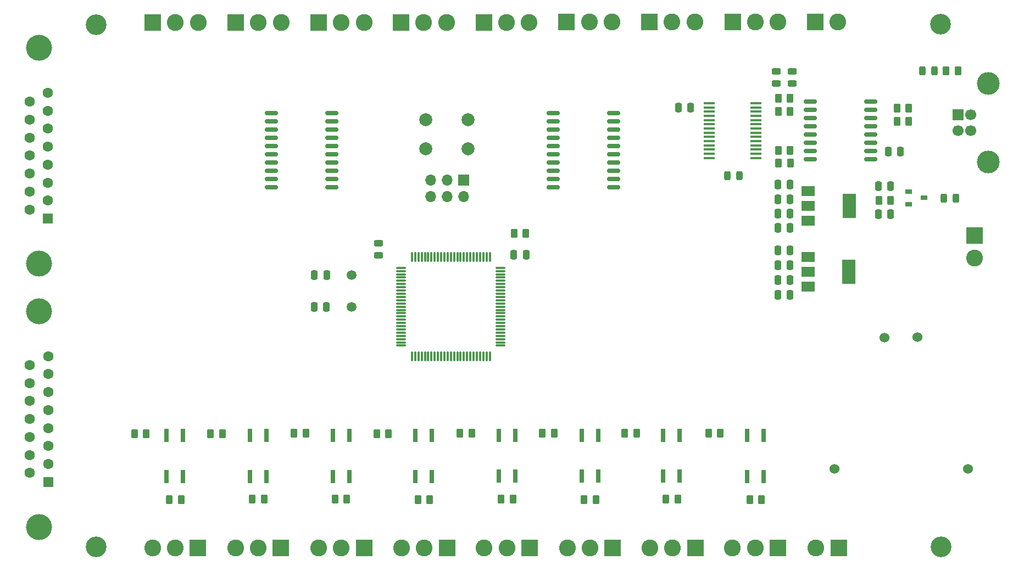
<source format=gts>
%TF.GenerationSoftware,KiCad,Pcbnew,(6.0.0)*%
%TF.CreationDate,2022-05-06T13:51:05+05:30*%
%TF.ProjectId,Motion_Control_Board2.0,4d6f7469-6f6e-45f4-936f-6e74726f6c5f,rev?*%
%TF.SameCoordinates,Original*%
%TF.FileFunction,Soldermask,Top*%
%TF.FilePolarity,Negative*%
%FSLAX46Y46*%
G04 Gerber Fmt 4.6, Leading zero omitted, Abs format (unit mm)*
G04 Created by KiCad (PCBNEW (6.0.0)) date 2022-05-06 13:51:05*
%MOMM*%
%LPD*%
G01*
G04 APERTURE LIST*
G04 Aperture macros list*
%AMRoundRect*
0 Rectangle with rounded corners*
0 $1 Rounding radius*
0 $2 $3 $4 $5 $6 $7 $8 $9 X,Y pos of 4 corners*
0 Add a 4 corners polygon primitive as box body*
4,1,4,$2,$3,$4,$5,$6,$7,$8,$9,$2,$3,0*
0 Add four circle primitives for the rounded corners*
1,1,$1+$1,$2,$3*
1,1,$1+$1,$4,$5*
1,1,$1+$1,$6,$7*
1,1,$1+$1,$8,$9*
0 Add four rect primitives between the rounded corners*
20,1,$1+$1,$2,$3,$4,$5,0*
20,1,$1+$1,$4,$5,$6,$7,0*
20,1,$1+$1,$6,$7,$8,$9,0*
20,1,$1+$1,$8,$9,$2,$3,0*%
G04 Aperture macros list end*
%ADD10RoundRect,0.250000X0.250000X0.475000X-0.250000X0.475000X-0.250000X-0.475000X0.250000X-0.475000X0*%
%ADD11RoundRect,0.243750X-0.243750X-0.456250X0.243750X-0.456250X0.243750X0.456250X-0.243750X0.456250X0*%
%ADD12R,2.600000X2.600000*%
%ADD13C,2.600000*%
%ADD14RoundRect,0.075000X-0.075000X0.662500X-0.075000X-0.662500X0.075000X-0.662500X0.075000X0.662500X0*%
%ADD15RoundRect,0.075000X-0.662500X0.075000X-0.662500X-0.075000X0.662500X-0.075000X0.662500X0.075000X0*%
%ADD16RoundRect,0.250000X-0.250000X-0.475000X0.250000X-0.475000X0.250000X0.475000X-0.250000X0.475000X0*%
%ADD17C,3.200000*%
%ADD18C,4.000000*%
%ADD19R,1.600000X1.600000*%
%ADD20C,1.600000*%
%ADD21R,0.640000X2.000000*%
%ADD22R,2.000000X1.500000*%
%ADD23R,2.000000X3.800000*%
%ADD24RoundRect,0.250000X-0.262500X-0.450000X0.262500X-0.450000X0.262500X0.450000X-0.262500X0.450000X0*%
%ADD25RoundRect,0.250000X0.262500X0.450000X-0.262500X0.450000X-0.262500X-0.450000X0.262500X-0.450000X0*%
%ADD26RoundRect,0.243750X0.456250X-0.243750X0.456250X0.243750X-0.456250X0.243750X-0.456250X-0.243750X0*%
%ADD27RoundRect,0.150000X-0.875000X-0.150000X0.875000X-0.150000X0.875000X0.150000X-0.875000X0.150000X0*%
%ADD28RoundRect,0.243750X-0.456250X0.243750X-0.456250X-0.243750X0.456250X-0.243750X0.456250X0.243750X0*%
%ADD29RoundRect,0.243750X0.243750X0.456250X-0.243750X0.456250X-0.243750X-0.456250X0.243750X-0.456250X0*%
%ADD30C,1.500000*%
%ADD31RoundRect,0.150000X0.875000X0.150000X-0.875000X0.150000X-0.875000X-0.150000X0.875000X-0.150000X0*%
%ADD32R,1.700000X1.700000*%
%ADD33C,1.700000*%
%ADD34C,3.500000*%
%ADD35O,1.700000X1.700000*%
%ADD36R,1.750000X0.450000*%
%ADD37R,1.000000X0.700000*%
%ADD38C,2.000000*%
%ADD39C,1.524000*%
G04 APERTURE END LIST*
D10*
%TO.C,C26*%
X118843099Y-109356987D03*
X116943099Y-109356987D03*
%TD*%
D11*
%TO.C,D1*%
X210648299Y-72984187D03*
X212523299Y-72984187D03*
%TD*%
D12*
%TO.C,J6*%
X124613899Y-146567987D03*
D13*
X121113899Y-146567987D03*
X117613899Y-146567987D03*
%TD*%
D14*
%TO.C,U14*%
X143999699Y-101669087D03*
X143499699Y-101669087D03*
X142999699Y-101669087D03*
X142499699Y-101669087D03*
X141999699Y-101669087D03*
X141499699Y-101669087D03*
X140999699Y-101669087D03*
X140499699Y-101669087D03*
X139999699Y-101669087D03*
X139499699Y-101669087D03*
X138999699Y-101669087D03*
X138499699Y-101669087D03*
X137999699Y-101669087D03*
X137499699Y-101669087D03*
X136999699Y-101669087D03*
X136499699Y-101669087D03*
X135999699Y-101669087D03*
X135499699Y-101669087D03*
X134999699Y-101669087D03*
X134499699Y-101669087D03*
X133999699Y-101669087D03*
X133499699Y-101669087D03*
X132999699Y-101669087D03*
X132499699Y-101669087D03*
X131999699Y-101669087D03*
D15*
X130337199Y-103331587D03*
X130337199Y-103831587D03*
X130337199Y-104331587D03*
X130337199Y-104831587D03*
X130337199Y-105331587D03*
X130337199Y-105831587D03*
X130337199Y-106331587D03*
X130337199Y-106831587D03*
X130337199Y-107331587D03*
X130337199Y-107831587D03*
X130337199Y-108331587D03*
X130337199Y-108831587D03*
X130337199Y-109331587D03*
X130337199Y-109831587D03*
X130337199Y-110331587D03*
X130337199Y-110831587D03*
X130337199Y-111331587D03*
X130337199Y-111831587D03*
X130337199Y-112331587D03*
X130337199Y-112831587D03*
X130337199Y-113331587D03*
X130337199Y-113831587D03*
X130337199Y-114331587D03*
X130337199Y-114831587D03*
X130337199Y-115331587D03*
D14*
X131999699Y-116994087D03*
X132499699Y-116994087D03*
X132999699Y-116994087D03*
X133499699Y-116994087D03*
X133999699Y-116994087D03*
X134499699Y-116994087D03*
X134999699Y-116994087D03*
X135499699Y-116994087D03*
X135999699Y-116994087D03*
X136499699Y-116994087D03*
X136999699Y-116994087D03*
X137499699Y-116994087D03*
X137999699Y-116994087D03*
X138499699Y-116994087D03*
X138999699Y-116994087D03*
X139499699Y-116994087D03*
X139999699Y-116994087D03*
X140499699Y-116994087D03*
X140999699Y-116994087D03*
X141499699Y-116994087D03*
X141999699Y-116994087D03*
X142499699Y-116994087D03*
X142999699Y-116994087D03*
X143499699Y-116994087D03*
X143999699Y-116994087D03*
D15*
X145662199Y-115331587D03*
X145662199Y-114831587D03*
X145662199Y-114331587D03*
X145662199Y-113831587D03*
X145662199Y-113331587D03*
X145662199Y-112831587D03*
X145662199Y-112331587D03*
X145662199Y-111831587D03*
X145662199Y-111331587D03*
X145662199Y-110831587D03*
X145662199Y-110331587D03*
X145662199Y-109831587D03*
X145662199Y-109331587D03*
X145662199Y-108831587D03*
X145662199Y-108331587D03*
X145662199Y-107831587D03*
X145662199Y-107331587D03*
X145662199Y-106831587D03*
X145662199Y-106331587D03*
X145662199Y-105831587D03*
X145662199Y-105331587D03*
X145662199Y-104831587D03*
X145662199Y-104331587D03*
X145662199Y-103831587D03*
X145662199Y-103331587D03*
%TD*%
D12*
%TO.C,J20*%
X175667899Y-146570187D03*
D13*
X172167899Y-146570187D03*
X168667899Y-146570187D03*
%TD*%
D16*
%TO.C,C20*%
X173031299Y-78597587D03*
X174931299Y-78597587D03*
%TD*%
D17*
%TO.C,H3*%
X83288099Y-146390187D03*
%TD*%
D18*
%TO.C,J23*%
X74488731Y-102685200D03*
X74488731Y-69385200D03*
D19*
X75908731Y-95730200D03*
D20*
X75908731Y-92960200D03*
X75908731Y-90190200D03*
X75908731Y-87420200D03*
X75908731Y-84650200D03*
X75908731Y-81880200D03*
X75908731Y-79110200D03*
X75908731Y-76340200D03*
X73068731Y-94345200D03*
X73068731Y-91575200D03*
X73068731Y-88805200D03*
X73068731Y-86035200D03*
X73068731Y-83265200D03*
X73068731Y-80495200D03*
X73068731Y-77725200D03*
%TD*%
D18*
%TO.C,J3*%
X74514131Y-143299800D03*
X74514131Y-109999800D03*
D19*
X75934131Y-136344800D03*
D20*
X75934131Y-133574800D03*
X75934131Y-130804800D03*
X75934131Y-128034800D03*
X75934131Y-125264800D03*
X75934131Y-122494800D03*
X75934131Y-119724800D03*
X75934131Y-116954800D03*
X73094131Y-134959800D03*
X73094131Y-132189800D03*
X73094131Y-129419800D03*
X73094131Y-126649800D03*
X73094131Y-123879800D03*
X73094131Y-121109800D03*
X73094131Y-118339800D03*
%TD*%
D21*
%TO.C,U10*%
X183641599Y-135493987D03*
X186181599Y-135493987D03*
X186181599Y-129193987D03*
X183641599Y-129193987D03*
%TD*%
D22*
%TO.C,U1*%
X193066099Y-91512187D03*
X193066099Y-93812187D03*
X193066099Y-96112187D03*
D23*
X199366099Y-93812187D03*
%TD*%
D24*
%TO.C,R39*%
X171148599Y-139024187D03*
X172973599Y-139024187D03*
%TD*%
D25*
%TO.C,FB1*%
X205766899Y-92897787D03*
X203941899Y-92897787D03*
%TD*%
D24*
%TO.C,R28*%
X188473299Y-79232587D03*
X190298299Y-79232587D03*
%TD*%
D26*
%TO.C,D2*%
X188164699Y-74884587D03*
X188164699Y-73009587D03*
%TD*%
D24*
%TO.C,R36*%
X100942999Y-128889587D03*
X102767999Y-128889587D03*
%TD*%
D21*
%TO.C,U5*%
X107035199Y-135493987D03*
X109575199Y-135493987D03*
X109575199Y-129193987D03*
X107035199Y-129193987D03*
%TD*%
D10*
%TO.C,C7*%
X190298299Y-92770787D03*
X188398299Y-92770787D03*
%TD*%
D27*
%TO.C,U15*%
X110360899Y-79486587D03*
X110360899Y-80756587D03*
X110360899Y-82026587D03*
X110360899Y-83296587D03*
X110360899Y-84566587D03*
X110360899Y-85836587D03*
X110360899Y-87106587D03*
X110360899Y-88376587D03*
X110360899Y-89646587D03*
X110360899Y-90916587D03*
X119660899Y-90916587D03*
X119660899Y-89646587D03*
X119660899Y-88376587D03*
X119660899Y-87106587D03*
X119660899Y-85836587D03*
X119660899Y-84566587D03*
X119660899Y-83296587D03*
X119660899Y-82026587D03*
X119660899Y-80756587D03*
X119660899Y-79486587D03*
%TD*%
D21*
%TO.C,U4*%
X119785999Y-135494387D03*
X122325999Y-135494387D03*
X122325999Y-129194387D03*
X119785999Y-129194387D03*
%TD*%
D16*
%TO.C,C31*%
X147682099Y-101305187D03*
X149582099Y-101305187D03*
%TD*%
D25*
%TO.C,R22*%
X216151699Y-72984187D03*
X214326699Y-72984187D03*
%TD*%
D24*
%TO.C,R13*%
X107394599Y-139024187D03*
X109219599Y-139024187D03*
%TD*%
D10*
%TO.C,C8*%
X190298299Y-102930787D03*
X188398299Y-102930787D03*
%TD*%
D12*
%TO.C,J4*%
X99010699Y-146567987D03*
D13*
X95510699Y-146567987D03*
X92010699Y-146567987D03*
%TD*%
D10*
%TO.C,C2*%
X190298299Y-107502787D03*
X188398299Y-107502787D03*
%TD*%
D12*
%TO.C,J19*%
X162942499Y-146570187D03*
D13*
X159442499Y-146570187D03*
X155942499Y-146570187D03*
%TD*%
D24*
%TO.C,R26*%
X188471399Y-85201587D03*
X190296399Y-85201587D03*
%TD*%
D21*
%TO.C,U8*%
X170738399Y-135443187D03*
X173278399Y-135443187D03*
X173278399Y-129143187D03*
X170738399Y-129143187D03*
%TD*%
D28*
%TO.C,D5*%
X126873000Y-99517200D03*
X126873000Y-101392200D03*
%TD*%
D24*
%TO.C,R37*%
X126571599Y-128889587D03*
X128396599Y-128889587D03*
%TD*%
D22*
%TO.C,U2*%
X193041099Y-101646787D03*
X193041099Y-103946787D03*
X193041099Y-106246787D03*
D23*
X199341099Y-103946787D03*
%TD*%
D10*
%TO.C,C1*%
X190298299Y-97139587D03*
X188398299Y-97139587D03*
%TD*%
D12*
%TO.C,J18*%
X150135699Y-146570187D03*
D13*
X146635699Y-146570187D03*
X143135699Y-146570187D03*
%TD*%
D29*
%TO.C,D4*%
X182449699Y-89163987D03*
X180574699Y-89163987D03*
%TD*%
D21*
%TO.C,U6*%
X132536799Y-135494387D03*
X135076799Y-135494387D03*
X135076799Y-129194387D03*
X132536799Y-129194387D03*
%TD*%
D30*
%TO.C,Y1*%
X122729299Y-109368587D03*
X122729299Y-104488587D03*
%TD*%
D16*
%TO.C,C13*%
X205416299Y-85430187D03*
X207316299Y-85430187D03*
%TD*%
D12*
%TO.C,J16*%
X181419437Y-65414456D03*
D13*
X184919437Y-65414456D03*
X188419437Y-65414456D03*
%TD*%
D31*
%TO.C,U12*%
X202669899Y-86547787D03*
X202669899Y-85277787D03*
X202669899Y-84007787D03*
X202669899Y-82737787D03*
X202669899Y-81467787D03*
X202669899Y-80197787D03*
X202669899Y-78927787D03*
X202669899Y-77657787D03*
X193369899Y-77657787D03*
X193369899Y-78927787D03*
X193369899Y-80197787D03*
X193369899Y-81467787D03*
X193369899Y-82737787D03*
X193369899Y-84007787D03*
X193369899Y-85277787D03*
X193369899Y-86547787D03*
%TD*%
D24*
%TO.C,R25*%
X188484437Y-87182256D03*
X190309437Y-87182256D03*
%TD*%
%TO.C,R41*%
X184051799Y-139049587D03*
X185876799Y-139049587D03*
%TD*%
%TO.C,R38*%
X89235499Y-128889587D03*
X91060499Y-128889587D03*
%TD*%
D12*
%TO.C,J10*%
X92042037Y-65467456D03*
D13*
X95542037Y-65467456D03*
X99042037Y-65467456D03*
%TD*%
D24*
%TO.C,R16*%
X113846199Y-128864187D03*
X115671199Y-128864187D03*
%TD*%
%TO.C,R27*%
X188473299Y-77225987D03*
X190298299Y-77225987D03*
%TD*%
D26*
%TO.C,D3*%
X190603099Y-74909987D03*
X190603099Y-73034987D03*
%TD*%
D12*
%TO.C,J13*%
X143065437Y-65465256D03*
D13*
X146565437Y-65465256D03*
X150065437Y-65465256D03*
%TD*%
D12*
%TO.C,J5*%
X111812299Y-146567987D03*
D13*
X108312299Y-146567987D03*
X104812299Y-146567987D03*
%TD*%
D24*
%TO.C,R44*%
X152082437Y-128838256D03*
X153907437Y-128838256D03*
%TD*%
D32*
%TO.C,J7*%
X216156599Y-79709787D03*
D33*
X216156599Y-82209787D03*
X218156599Y-82209787D03*
X218156599Y-79709787D03*
D34*
X220866599Y-74939787D03*
X220866599Y-86979787D03*
%TD*%
D24*
%TO.C,R12*%
X120145399Y-138998787D03*
X121970399Y-138998787D03*
%TD*%
D27*
%TO.C,U16*%
X153744099Y-79461187D03*
X153744099Y-80731187D03*
X153744099Y-82001187D03*
X153744099Y-83271187D03*
X153744099Y-84541187D03*
X153744099Y-85811187D03*
X153744099Y-87081187D03*
X153744099Y-88351187D03*
X153744099Y-89621187D03*
X153744099Y-90891187D03*
X163044099Y-90891187D03*
X163044099Y-89621187D03*
X163044099Y-88351187D03*
X163044099Y-87081187D03*
X163044099Y-85811187D03*
X163044099Y-84541187D03*
X163044099Y-83271187D03*
X163044099Y-82001187D03*
X163044099Y-80731187D03*
X163044099Y-79461187D03*
%TD*%
D24*
%TO.C,R46*%
X139398599Y-128864187D03*
X141223599Y-128864187D03*
%TD*%
%TO.C,R45*%
X177699899Y-128864187D03*
X179524899Y-128864187D03*
%TD*%
D10*
%TO.C,C11*%
X190298299Y-90510187D03*
X188398299Y-90510187D03*
%TD*%
%TO.C,C28*%
X118848099Y-104480187D03*
X116948099Y-104480187D03*
%TD*%
%TO.C,C4*%
X190298299Y-94955187D03*
X188398299Y-94955187D03*
%TD*%
D24*
%TO.C,R20*%
X206761299Y-78749987D03*
X208586299Y-78749987D03*
%TD*%
D12*
%TO.C,J2*%
X218720899Y-98338587D03*
D13*
X218720899Y-101838587D03*
%TD*%
D29*
%TO.C,F1*%
X215825299Y-92592987D03*
X213950299Y-92592987D03*
%TD*%
D12*
%TO.C,J1*%
X194144837Y-65414456D03*
D13*
X197644837Y-65414456D03*
%TD*%
D32*
%TO.C,J8*%
X140006299Y-89798987D03*
D35*
X140006299Y-92338987D03*
X137466299Y-89798987D03*
X137466299Y-92338987D03*
X134926299Y-89798987D03*
X134926299Y-92338987D03*
%TD*%
D12*
%TO.C,J17*%
X137395299Y-146570187D03*
D13*
X133895299Y-146570187D03*
X130395299Y-146570187D03*
%TD*%
D10*
%TO.C,C12*%
X190293299Y-100644787D03*
X188393299Y-100644787D03*
%TD*%
D25*
%TO.C,FB2*%
X149556699Y-98003187D03*
X147731699Y-98003187D03*
%TD*%
D21*
%TO.C,U7*%
X94157399Y-135493587D03*
X96697399Y-135493587D03*
X96697399Y-129193587D03*
X94157399Y-129193587D03*
%TD*%
D24*
%TO.C,R14*%
X132921599Y-139049587D03*
X134746599Y-139049587D03*
%TD*%
D12*
%TO.C,J9*%
X130325037Y-65465256D03*
D13*
X133825037Y-65465256D03*
X137325037Y-65465256D03*
%TD*%
D24*
%TO.C,R40*%
X158550199Y-139049587D03*
X160375199Y-139049587D03*
%TD*%
%TO.C,R21*%
X206761299Y-80731187D03*
X208586299Y-80731187D03*
%TD*%
D10*
%TO.C,C5*%
X190298299Y-105216787D03*
X188398299Y-105216787D03*
%TD*%
D36*
%TO.C,U13*%
X177808299Y-77953987D03*
X177808299Y-78603987D03*
X177808299Y-79253987D03*
X177808299Y-79903987D03*
X177808299Y-80553987D03*
X177808299Y-81203987D03*
X177808299Y-81853987D03*
X177808299Y-82503987D03*
X177808299Y-83153987D03*
X177808299Y-83803987D03*
X177808299Y-84453987D03*
X177808299Y-85103987D03*
X177808299Y-85753987D03*
X177808299Y-86403987D03*
X185008299Y-86403987D03*
X185008299Y-85753987D03*
X185008299Y-85103987D03*
X185008299Y-84453987D03*
X185008299Y-83803987D03*
X185008299Y-83153987D03*
X185008299Y-82503987D03*
X185008299Y-81853987D03*
X185008299Y-81203987D03*
X185008299Y-80553987D03*
X185008299Y-79903987D03*
X185008299Y-79253987D03*
X185008299Y-78603987D03*
X185008299Y-77953987D03*
%TD*%
D24*
%TO.C,R15*%
X94592999Y-139049587D03*
X96417999Y-139049587D03*
%TD*%
%TO.C,R43*%
X164786237Y-128863656D03*
X166611237Y-128863656D03*
%TD*%
D12*
%TO.C,J14*%
X155835699Y-65439856D03*
D13*
X159335699Y-65439856D03*
X162835699Y-65439856D03*
%TD*%
D12*
%TO.C,J21*%
X188393299Y-146567987D03*
D13*
X184893299Y-146567987D03*
X181393299Y-146567987D03*
%TD*%
D16*
%TO.C,C6*%
X203892299Y-90713387D03*
X205792299Y-90713387D03*
%TD*%
D37*
%TO.C,Q1*%
X208529299Y-91592187D03*
X208529299Y-93492187D03*
X210929299Y-92542187D03*
%TD*%
D16*
%TO.C,C9*%
X203892299Y-95082187D03*
X205792299Y-95082187D03*
%TD*%
D12*
%TO.C,J12*%
X117619837Y-65467456D03*
D13*
X121119837Y-65467456D03*
X124619837Y-65467456D03*
%TD*%
D21*
%TO.C,U11*%
X145363799Y-135468587D03*
X147903799Y-135468587D03*
X147903799Y-129168587D03*
X145363799Y-129168587D03*
%TD*%
D17*
%TO.C,H1*%
X83288099Y-65821387D03*
%TD*%
D12*
%TO.C,J22*%
X197760699Y-146567987D03*
D13*
X194260699Y-146567987D03*
%TD*%
D38*
%TO.C,SW1*%
X134114699Y-80513187D03*
X140614699Y-80513187D03*
X134114699Y-85013187D03*
X140614699Y-85013187D03*
%TD*%
D12*
%TO.C,J11*%
X104818237Y-65465256D03*
D13*
X108318237Y-65465256D03*
X111818237Y-65465256D03*
%TD*%
D17*
%TO.C,H2*%
X213488499Y-65795987D03*
%TD*%
D39*
%TO.C,U3*%
X209932499Y-114055987D03*
X204852499Y-114081387D03*
X217654099Y-134350587D03*
X197105499Y-134350587D03*
%TD*%
D12*
%TO.C,J15*%
X168597637Y-65439856D03*
D13*
X172097637Y-65439856D03*
X175597637Y-65439856D03*
%TD*%
D17*
%TO.C,H4*%
X213513899Y-146364787D03*
%TD*%
D21*
%TO.C,U9*%
X158190799Y-135468587D03*
X160730799Y-135468587D03*
X160730799Y-129168587D03*
X158190799Y-129168587D03*
%TD*%
D24*
%TO.C,R42*%
X145723199Y-139024187D03*
X147548199Y-139024187D03*
%TD*%
M02*

</source>
